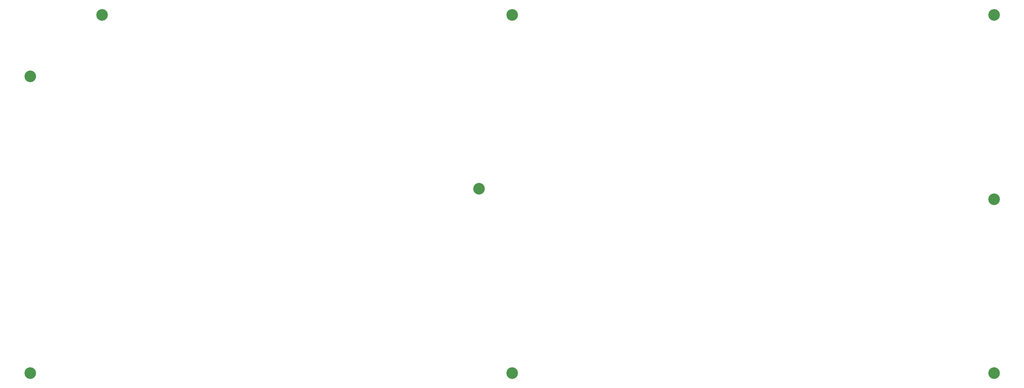
<source format=gts>
%TF.GenerationSoftware,KiCad,Pcbnew,(7.0.0)*%
%TF.CreationDate,2023-03-05T09:14:01+05:30*%
%TF.ProjectId,Titan Keyboard,54697461-6e20-44b6-9579-626f6172642e,rev?*%
%TF.SameCoordinates,Original*%
%TF.FileFunction,Soldermask,Top*%
%TF.FilePolarity,Negative*%
%FSLAX46Y46*%
G04 Gerber Fmt 4.6, Leading zero omitted, Abs format (unit mm)*
G04 Created by KiCad (PCBNEW (7.0.0)) date 2023-03-05 09:14:01*
%MOMM*%
%LPD*%
G01*
G04 APERTURE LIST*
%ADD10C,2.700000*%
G04 APERTURE END LIST*
D10*
%TO.C,H4*%
X64293750Y-45243750D03*
%TD*%
%TO.C,H13*%
X271462500Y-88106250D03*
%TD*%
%TO.C,H15*%
X159543750Y-45243750D03*
%TD*%
%TO.C,H16*%
X47625000Y-128587500D03*
%TD*%
%TO.C,H8*%
X151841200Y-85725000D03*
%TD*%
%TO.C,H14*%
X271462500Y-128587500D03*
%TD*%
%TO.C,H7*%
X47625000Y-59531250D03*
%TD*%
%TO.C,H1*%
X159543750Y-128587500D03*
%TD*%
%TO.C,H5*%
X271462500Y-45243750D03*
%TD*%
M02*

</source>
